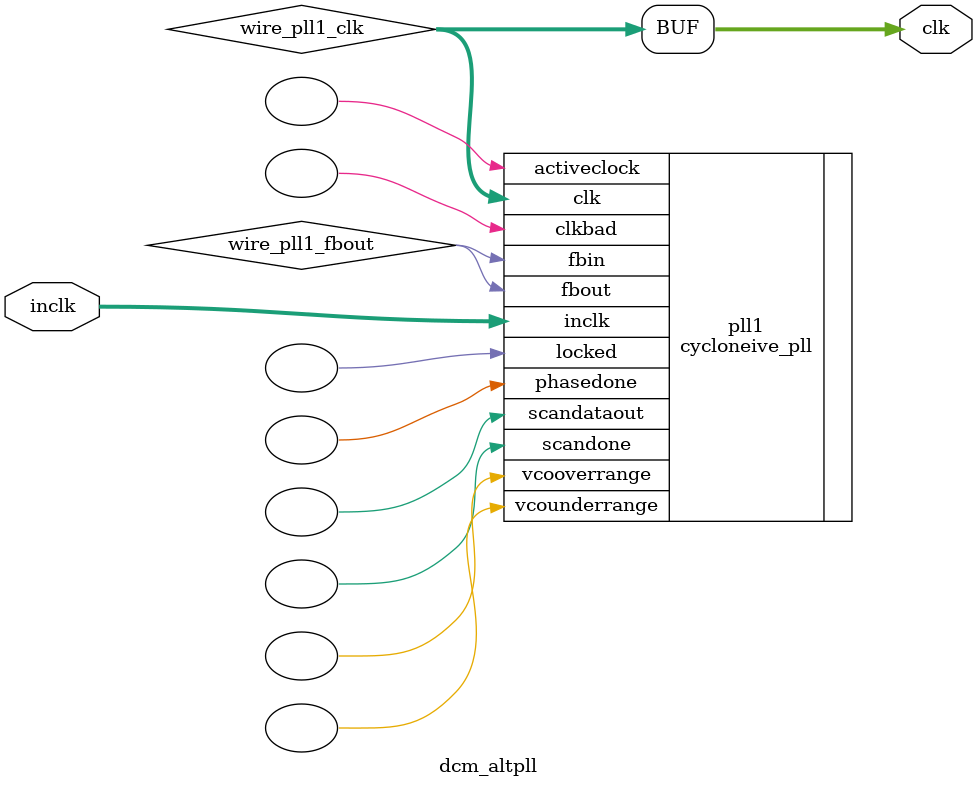
<source format=v>






//synthesis_resources = cycloneive_pll 1 
//synopsys translate_off
`timescale 1 ps / 1 ps
//synopsys translate_on
module  dcm_altpll
	( 
	clk,
	inclk) /* synthesis synthesis_clearbox=1 */;
	output   [4:0]  clk;
	input   [1:0]  inclk;
`ifndef ALTERA_RESERVED_QIS
// synopsys translate_off
`endif
	tri0   [1:0]  inclk;
`ifndef ALTERA_RESERVED_QIS
// synopsys translate_on
`endif

	wire  [4:0]   wire_pll1_clk;
	wire  wire_pll1_fbout;

	cycloneive_pll   pll1
	( 
	.activeclock(),
	.clk(wire_pll1_clk),
	.clkbad(),
	.fbin(wire_pll1_fbout),
	.fbout(wire_pll1_fbout),
	.inclk(inclk),
	.locked(),
	.phasedone(),
	.scandataout(),
	.scandone(),
	.vcooverrange(),
	.vcounderrange()
	`ifndef FORMAL_VERIFICATION
	// synopsys translate_off
	`endif
	,
	.areset(1'b0),
	.clkswitch(1'b0),
	.configupdate(1'b0),
	.pfdena(1'b1),
	.phasecounterselect({3{1'b0}}),
	.phasestep(1'b0),
	.phaseupdown(1'b0),
	.scanclk(1'b0),
	.scanclkena(1'b1),
	.scandata(1'b0)
	`ifndef FORMAL_VERIFICATION
	// synopsys translate_on
	`endif
	);
	defparam
		pll1.bandwidth_type = "auto",
		pll1.clk0_divide_by = 296,
		pll1.clk0_duty_cycle = 50,
		pll1.clk0_multiply_by = 149,
		pll1.clk0_phase_shift = "0",
		pll1.clk1_divide_by = 56,
		pll1.clk1_duty_cycle = 50,
		pll1.clk1_multiply_by = 149,
		pll1.clk1_phase_shift = "0",
		pll1.clk2_divide_by = 56,
		pll1.clk2_duty_cycle = 50,
		pll1.clk2_multiply_by = 149,
		pll1.clk2_phase_shift = "4385",
		pll1.clk3_divide_by = 656,
		pll1.clk3_duty_cycle = 50,
		pll1.clk3_multiply_by = 149,
		pll1.clk3_phase_shift = "0",
		pll1.clk4_divide_by = 504,
		pll1.clk4_duty_cycle = 50,
		pll1.clk4_multiply_by = 149,
		pll1.clk4_phase_shift = "0",
		pll1.compensate_clock = "clk0",
		pll1.inclk0_input_frequency = 20000,
		pll1.operation_mode = "normal",
		pll1.pll_type = "auto",
		pll1.lpm_type = "cycloneive_pll";
	assign
		clk = {wire_pll1_clk[4:0]};
endmodule //dcm_altpll
//VALID FILE

</source>
